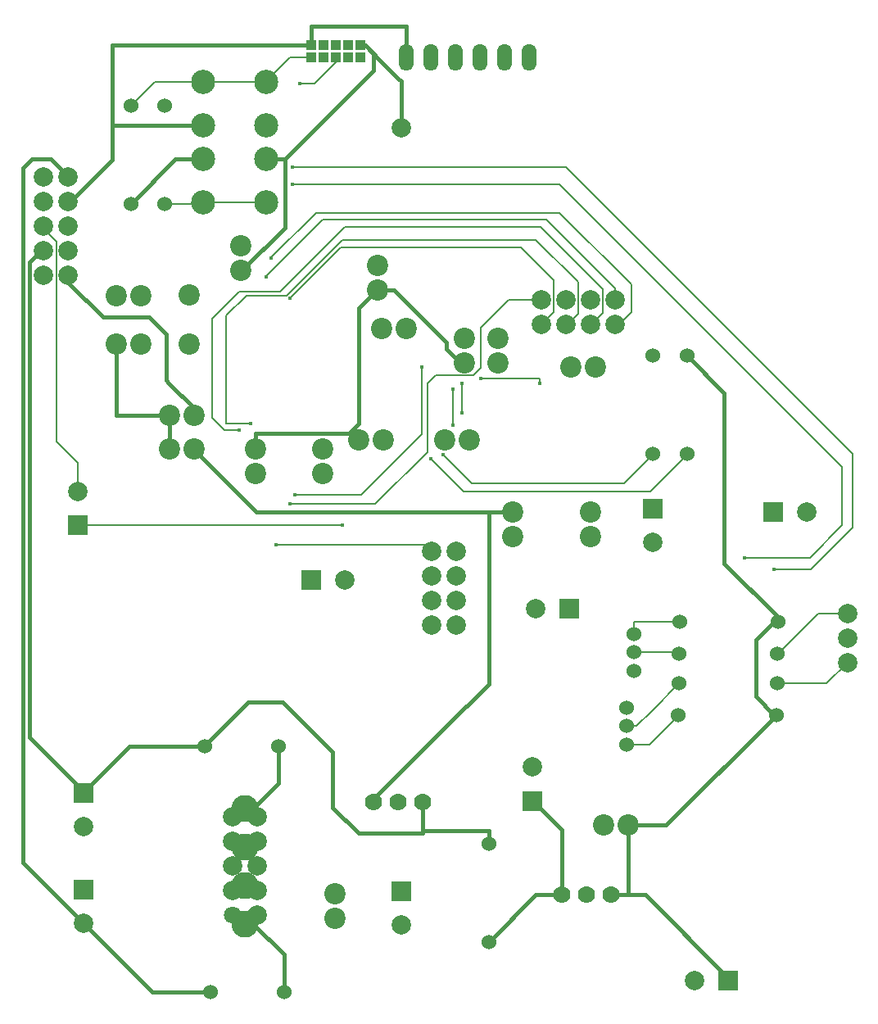
<source format=gbr>
%FSLAX35Y35*%
%MOIN*%
G04 EasyPC Gerber Version 18.0.8 Build 3632 *
%ADD25O,0.06000X0.11000*%
%ADD97R,0.03937X0.03937*%
%ADD18R,0.07874X0.07874*%
%ADD29C,0.00800*%
%ADD27C,0.01575*%
%ADD16C,0.06000*%
%ADD134C,0.07000*%
%ADD93C,0.07087*%
%ADD26C,0.07874*%
%ADD17C,0.08661*%
%ADD71C,0.09843*%
%ADD94C,0.11024*%
X0Y0D02*
D02*
D16*
X134289Y345683D03*
Y385683D03*
X148069Y345683D03*
Y385683D03*
X164467Y125053D03*
X166730Y24955D03*
X194467Y125053D03*
X196730Y24955D03*
X279959Y45230D03*
Y85230D03*
X336258Y125801D03*
Y133301D03*
Y140801D03*
X339014Y155860D03*
Y163360D03*
Y170860D03*
X346888Y243951D03*
Y283951D03*
X356986Y137750D03*
X357321Y150545D03*
X357518Y162848D03*
X357774Y175644D03*
X360667Y243951D03*
Y283951D03*
X396986Y137750D03*
X397321Y150545D03*
X397518Y162848D03*
X397774Y175644D03*
D02*
D17*
X128581Y288537D03*
Y308222D03*
X138581Y288537D03*
Y308222D03*
X150037Y245919D03*
Y259699D03*
X158108Y288537D03*
Y308537D03*
X160037Y245919D03*
Y259699D03*
X178974Y318596D03*
Y328596D03*
X185077Y236077D03*
Y246077D03*
X212537Y236077D03*
Y246077D03*
X217557Y55014D03*
Y65014D03*
X227242Y249659D03*
X234683Y310722D03*
Y320722D03*
X236494Y295132D03*
X237242Y249659D03*
X246494Y295132D03*
X262242Y249856D03*
X270116Y281195D03*
Y291195D03*
X272242Y249856D03*
X283896Y281195D03*
Y291195D03*
X289801Y210486D03*
Y220486D03*
X313266Y279384D03*
X321297Y210329D03*
Y220329D03*
X323266Y279384D03*
X326848Y92967D03*
X336848D03*
D02*
D18*
X112636Y215031D03*
X115195Y66768D03*
Y106138D03*
X207732Y192770D03*
X244427Y66178D03*
X297872Y102826D03*
X312815Y180959D03*
X346888Y221689D03*
X377579Y29778D03*
X395626Y220427D03*
D02*
D71*
X163817Y346313D03*
Y364030D03*
Y377809D03*
Y395526D03*
X189407Y346313D03*
Y364030D03*
Y377809D03*
Y395526D03*
D02*
D25*
X246494Y405368D03*
X256494D03*
X266494D03*
X276494D03*
X286494D03*
X296494D03*
D02*
D26*
X98856Y316785D03*
Y326785D03*
Y336785D03*
Y346785D03*
Y356785D03*
X108856Y316785D03*
Y326785D03*
Y336785D03*
Y346785D03*
Y356785D03*
X112636Y228811D03*
X115195Y52989D03*
Y92359D03*
X175746Y66234D03*
Y76234D03*
Y86234D03*
Y96234D03*
X185746Y56234D03*
Y66234D03*
Y76234D03*
Y86234D03*
Y96234D03*
X221511Y192770D03*
X244329Y376726D03*
X244427Y52398D03*
X256652Y174384D03*
Y184384D03*
Y194384D03*
Y204384D03*
X266652Y174384D03*
Y184384D03*
Y194384D03*
Y204384D03*
X297872Y116606D03*
X299036Y180959D03*
X301376Y296667D03*
Y306667D03*
X311376Y296667D03*
Y306667D03*
X321376Y296667D03*
Y306667D03*
X331376Y296667D03*
Y306667D03*
X346888Y207910D03*
X363800Y29778D03*
X409405Y220427D03*
X425982Y159187D03*
Y169187D03*
Y179187D03*
D02*
D27*
X98856Y326785D02*
X98030D01*
X93148Y321904*
Y128793*
X115195Y106746*
Y106138*
X108856Y316785D02*
Y313833D01*
X123128Y299561*
X141770*
X148659Y292671*
Y273872*
X150136Y272396*
X150195*
X160037Y262553*
Y259699*
X108856Y346785D02*
X109762D01*
X126809Y363833*
Y410211*
X108856Y356785D02*
Y357041D01*
X101770Y364128*
X94132*
X90392Y360388*
Y77711*
X115114Y52989*
X115195*
Y52907*
X143148Y24955*
X166730*
X115195Y106138D02*
Y106352D01*
X133896Y125053*
X164467*
X126809Y410211D02*
X207715D01*
X128581Y288537D02*
Y259699D01*
X150037*
X134289Y345683D02*
Y345821D01*
X152498Y364030*
X163817*
X150037Y245919D02*
Y259699D01*
X160037Y245919D02*
Y245821D01*
X185372Y220486*
X276514*
X279959*
X163817Y377809D02*
X126809D01*
Y410211*
X164467Y125053D02*
Y125250D01*
X182183Y142967*
X196199*
X216474Y122691*
Y100152*
X227006Y89620*
X253049*
Y90703*
X178581Y253596D03*
X183207Y256451D03*
X185077Y246077D02*
Y252396D01*
X223089*
X189407Y316195D03*
Y364030D02*
X197085D01*
Y336116*
X179565Y318596*
X178974*
X191376Y323675D03*
X193443Y206943D03*
X194467Y125053D02*
X194526Y109994D01*
X184152Y99620*
X180746*
X196730Y24955D02*
X196770Y40211D01*
X184132Y52848*
X180746*
X199250Y223774D03*
Y307337D03*
X200037Y360781D03*
X200234Y353793D03*
X201219Y227219D03*
X203187Y394640D03*
X220411Y215031D03*
X223089Y252396D02*
X225825Y249659D01*
X227242*
X227715Y410211D02*
X229644D01*
X233010Y406844*
Y399955*
X197085Y364030*
X189407*
X233049Y102317D02*
Y103695D01*
X270844Y141490*
X271100*
X279959Y150348*
Y220486*
X234683Y310722D02*
X234486D01*
X227104Y303341*
Y256352*
X227045*
X223089Y252396*
X244329Y376726D02*
Y395624D01*
X243246Y396707*
X243148*
X237833Y402022*
Y402120*
X229742Y410211*
X227715*
X246494Y405368D02*
Y417967D01*
X207715*
Y410211*
X252695Y279285D03*
X253049Y90703D02*
Y102317D01*
X256435Y242179D03*
X261455Y243852D03*
X265392Y255545D03*
Y270526D03*
X268935Y260663D03*
Y272691D03*
X270116Y281195D02*
X268502D01*
X262833Y286864*
Y289423*
X241533Y310722*
X241179*
X234683*
X276711Y274659D03*
X279959Y45230D02*
Y45427D01*
X299152Y64620*
X309919*
X279959Y85230D02*
Y90703D01*
X253049*
X279959Y220486D02*
X289801D01*
X297872Y102826D02*
X297993D01*
X309919Y90900*
Y64620*
X300825Y272691D03*
X329919Y64620D02*
X336848D01*
X343819*
X377579Y30860*
Y29778*
X336848Y92967D02*
Y64620D01*
Y92967D02*
X352203D01*
X396986Y137750*
X384093Y201825D03*
X396100Y197199D03*
X397774Y175644D02*
Y177612D01*
X397675*
X375923Y199364*
Y268852*
X360825Y283951*
X360667*
X397774Y175644D02*
X396002D01*
X388620Y168262*
Y145230*
X396100Y137750*
X396986*
D02*
D29*
X98856Y336785D02*
Y335585D01*
X103974Y330467*
Y248872*
X112636Y240211*
Y228811*
X134289Y385683D02*
Y385781D01*
X144033Y395526*
X163817*
X148069Y345683D02*
X163817D01*
Y346313*
X189407*
X163817Y395526D02*
X189407D01*
X183207Y256451D02*
X173167D01*
Y300348*
X181337Y308518*
X197872*
X220411Y331057*
Y331156*
X299250*
X316278Y314128*
Y301195*
X311750Y296667*
X311376*
X189407Y316195D02*
Y316293D01*
X212537Y339423*
X303423*
X331376Y311470*
Y306667*
X189407Y395526D02*
Y395624D01*
X198994Y405211*
X207715*
X191376Y323675D02*
Y323872D01*
X209683Y342179*
X308896*
X338030Y313045*
Y301726*
X332970Y296667*
X331376*
X193443Y206943D02*
X256652D01*
Y204384*
X199250Y223774D02*
X233896D01*
X254959Y244837*
Y272691*
X258305Y276037*
X273856*
X276907Y279089*
Y295329*
X288246Y306667*
X301376*
X199250Y307337D02*
Y307435D01*
X219821Y328006*
X293246*
X306435Y314817*
Y301687*
X301415Y296667*
X301376*
X200037Y360781D02*
X311455D01*
X428187Y244049*
Y214128*
X411258Y197199*
X396100*
X200234Y353793D02*
X308600D01*
X423856Y238537*
Y215014*
X410667Y201825*
X384093*
X201219Y227219D02*
X227990D01*
X252695Y251923*
Y279285*
X203187Y394640D02*
X208955D01*
X217715Y403400*
Y405211*
X220411Y215031D02*
X112636D01*
X256435Y242179D02*
X256533D01*
X269919Y228793*
X345608*
X360667Y243852*
Y243951*
X261455Y243852D02*
X273167Y232140D01*
X335175*
X346888Y243852*
Y243951*
X265392Y255545D02*
Y270526D01*
X268935Y260663D02*
Y272691D01*
X300825D02*
Y274659D01*
X276711*
X321376Y296667D02*
X321848D01*
X326415Y301234*
Y311077*
X301022Y336470*
X221396*
X195018Y310093*
X178285*
X167360Y299167*
Y258715*
X172478Y253596*
X178581*
X336258Y125801D02*
X345333D01*
X356986Y137455*
Y137750*
X336258Y133301D02*
X340175D01*
X346297Y139423*
Y139522*
X357321Y150545*
X339014Y163360D02*
X357518D01*
Y162848*
X339014Y170860D02*
Y175644D01*
X357774*
X397321Y150545D02*
X417459D01*
X425982Y159069*
Y159187*
X397518Y162848D02*
X397774D01*
X408010Y173085*
Y173183*
X414014Y179187*
X425982*
D02*
D93*
X175746Y56234D03*
D02*
D94*
X180746Y52848D03*
Y68439D03*
Y84030D03*
Y99620D03*
D02*
D97*
X207715Y405211D03*
Y410211D03*
X212715Y405211D03*
Y410211D03*
X217715Y405211D03*
Y410211D03*
X222715Y405211D03*
Y410211D03*
X227715Y405211D03*
Y410211D03*
D02*
D134*
X233049Y102317D03*
X243049D03*
X253049D03*
X309919Y64620D03*
X319919D03*
X329919D03*
X0Y0D02*
M02*

</source>
